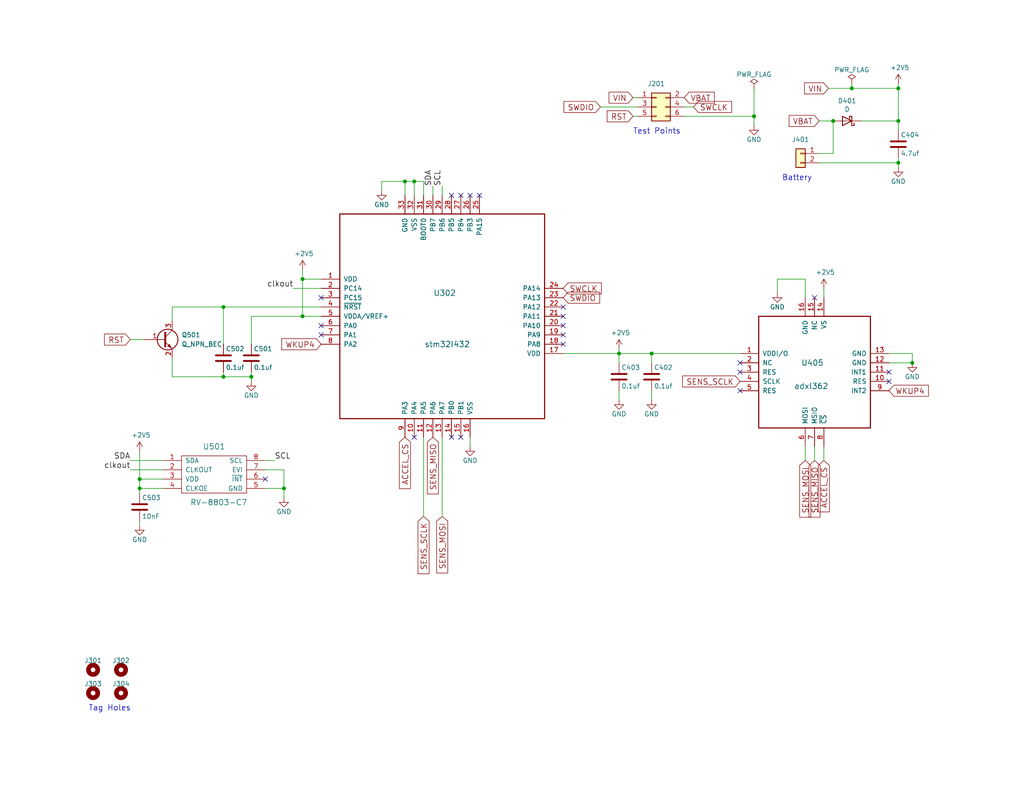
<source format=kicad_sch>
(kicad_sch (version 20211123) (generator eeschema)
  (paper "USLetter")
  (title_block (title "BitTag V5") (date "2018-11-14") (company "IUCS") (comment 1 "Geoffrey Brown"))
  (lib_symbols
    (symbol "BitTagv5-rescue:adxl362-gpsparts" (pin_names (offset 1.016))
      (property "Reference" "U" (at 3.81 6.35 0))
      (property "Value" "adxl362-gpsparts" (at 3.81 3.81 0))
      (symbol "adxl362-gpsparts_1_1"
        (rectangle (start 5.08 10.16) (end 35.56 -20.32) (stroke (width 0.3048)))
        (pin power_in line (at 0 0 0) (length 5.08) (name "VDDI/O") (number "1"))
        (pin passive line (at 40.64 -7.62 180) (length 5.08) (name "RES") (number "10"))
        (pin output line (at 40.64 -5.08 180) (length 5.08) (name "INT1") (number "11"))
        (pin power_in line (at 40.64 -2.54 180) (length 5.08) (name "GND") (number "12"))
        (pin power_in line (at 40.64 0 180) (length 5.08) (name "GND") (number "13"))
        (pin power_in line (at 22.86 15.24 270) (length 5.08) (name "VS") (number "14"))
        (pin passive line (at 20.32 15.24 270) (length 5.08) (name "NC") (number "15"))
        (pin power_in line (at 17.78 15.24 270) (length 5.08) (name "GND") (number "16"))
        (pin output line (at 0 -2.54 0) (length 5.08) (name "NC") (number "2"))
        (pin output line (at 0 -5.08 0) (length 5.08) (name "RES") (number "3"))
        (pin input line (at 0 -7.62 0) (length 5.08) (name "SCLK") (number "4"))
        (pin output line (at 0 -10.16 0) (length 5.08) (name "RES") (number "5"))
        (pin input line (at 17.78 -25.4 90) (length 5.08) (name "MOSI") (number "6"))
        (pin output line (at 20.32 -25.4 90) (length 5.08) (name "MSIO") (number "7"))
        (pin input line (at 22.86 -25.4 90) (length 5.08) (name "~{CS}") (number "8"))
        (pin bidirectional line (at 40.64 -10.16 180) (length 5.08) (name "INT2") (number "9"))
      )
    )
    (symbol "Connector_Generic:Conn_01x02" (pin_names (offset 1.016) hide)
      (property "Reference" "J" (at 0 2.54 0))
      (property "Value" "Conn_01x02" (at 0 -5.08 0))
      (symbol "Conn_01x02_1_1"
        (rectangle (start -1.27 -2.413) (end 0 -2.667) (stroke (width 0.1524)))
        (rectangle (start -1.27 0.127) (end 0 -0.127) (stroke (width 0.1524)))
        (rectangle (start -1.27 1.27) (end 1.27 -3.81) (stroke (width 0.254)) (fill (type background)))
        (pin passive line (at -5.08 0 0) (length 3.81) (name "Pin_1") (number "1"))
        (pin passive line (at -5.08 -2.54 0) (length 3.81) (name "Pin_2") (number "2"))
      )
    )
    (symbol "Connector_Generic:Conn_02x03_Odd_Even" (pin_names (offset 1.016) hide)
      (property "Reference" "J" (at 1.27 5.08 0))
      (property "Value" "Conn_02x03_Odd_Even" (at 1.27 -5.08 0))
      (symbol "Conn_02x03_Odd_Even_1_1"
        (rectangle (start -1.27 -2.413) (end 0 -2.667) (stroke (width 0.1524)))
        (rectangle (start -1.27 0.127) (end 0 -0.127) (stroke (width 0.1524)))
        (rectangle (start -1.27 2.667) (end 0 2.413) (stroke (width 0.1524)))
        (rectangle (start -1.27 3.81) (end 3.81 -3.81) (stroke (width 0.254)) (fill (type background)))
        (rectangle (start 3.81 -2.413) (end 2.54 -2.667) (stroke (width 0.1524)))
        (rectangle (start 3.81 0.127) (end 2.54 -0.127) (stroke (width 0.1524)))
        (rectangle (start 3.81 2.667) (end 2.54 2.413) (stroke (width 0.1524)))
        (pin passive line (at -5.08 2.54 0) (length 3.81) (name "Pin_1") (number "1"))
        (pin passive line (at 7.62 2.54 180) (length 3.81) (name "Pin_2") (number "2"))
        (pin passive line (at -5.08 0 0) (length 3.81) (name "Pin_3") (number "3"))
        (pin passive line (at 7.62 0 180) (length 3.81) (name "Pin_4") (number "4"))
        (pin passive line (at -5.08 -2.54 0) (length 3.81) (name "Pin_5") (number "5"))
        (pin passive line (at 7.62 -2.54 180) (length 3.81) (name "Pin_6") (number "6"))
      )
    )
    (symbol "Device:C" (pin_numbers hide) (pin_names (offset 0.254))
      (property "Reference" "C" (at 0.635 2.54 0))
      (property "Value" "C" (at 0.635 -2.54 0))
      (symbol "C_0_1"
        (polyline (pts (xy -2.032 -0.762) (xy 2.032 -0.762)) (stroke (width 0.508)))
        (polyline (pts (xy -2.032 0.762) (xy 2.032 0.762)) (stroke (width 0.508)))
      )
      (symbol "C_1_1"
        (pin passive line (at 0 3.81 270) (length 2.794) (name "~") (number "1"))
        (pin passive line (at 0 -3.81 90) (length 2.794) (name "~") (number "2"))
      )
    )
    (symbol "Device:D_Schottky" (pin_numbers hide) (pin_names (offset 1.016) hide)
      (property "Reference" "D" (at 0 2.54 0))
      (property "Value" "D_Schottky" (at 0 -2.54 0))
      (symbol "D_Schottky_0_1"
        (polyline (pts (xy 1.27 0) (xy -1.27 0)))
        (polyline (pts (xy 1.27 1.27) (xy 1.27 -1.27) (xy -1.27 0) (xy 1.27 1.27)) (stroke (width 0.254)))
        (polyline (pts (xy -1.905 0.635) (xy -1.905 1.27) (xy -1.27 1.27) (xy -1.27 -1.27) (xy -0.635 -1.27) (xy -0.635 -0.635)) (stroke (width 0.254)))
      )
      (symbol "D_Schottky_1_1"
        (pin passive line (at -3.81 0 0) (length 2.54) (name "K") (number "1"))
        (pin passive line (at 3.81 0 180) (length 2.54) (name "A") (number "2"))
      )
    )
    (symbol "Device:Q_NPN_BEC" (pin_names (offset 0) hide)
      (property "Reference" "Q" (at 5.08 1.27 0))
      (property "Value" "Q_NPN_BEC" (at 5.08 -1.27 0))
      (symbol "Q_NPN_BEC_0_1"
        (polyline (pts (xy 0.635 0.635) (xy 2.54 2.54)))
        (polyline (pts (xy 0.635 -0.635) (xy 2.54 -2.54) (xy 2.54 -2.54)))
        (polyline (pts (xy 0.635 1.905) (xy 0.635 -1.905) (xy 0.635 -1.905)) (stroke (width 0.508)))
        (polyline (pts (xy 1.27 -1.778) (xy 1.778 -1.27) (xy 2.286 -2.286) (xy 1.27 -1.778) (xy 1.27 -1.778)) (fill (type outline)))
        (circle (center 1.27 0) (radius 2.8194) (stroke (width 0.254)))
      )
      (symbol "Q_NPN_BEC_1_1"
        (pin input line (at -5.08 0 0) (length 5.715) (name "B") (number "1"))
        (pin passive line (at 2.54 -5.08 90) (length 2.54) (name "E") (number "2"))
        (pin passive line (at 2.54 5.08 270) (length 2.54) (name "C") (number "3"))
      )
    )
    (symbol "Mechanical:MountingHole" (pin_names (offset 1.016))
      (property "Reference" "H" (at 0 5.08 0))
      (property "Value" "MountingHole" (at 0 3.175 0))
      (symbol "MountingHole_0_1"
        (circle (center 0 0) (radius 1.27) (stroke (width 1.27)))
      )
    )
    (symbol "bittagv5:RV-8803-C7" (pin_names (offset 1.016))
      (property "Reference" "U" (at 0 7.62 0))
      (property "Value" "RV-8803-C7" (at 1.27 -7.62 0))
      (symbol "RV-8803-C7_0_1"
        (rectangle (start -8.89 5.08) (end 8.89 -5.08))
      )
      (symbol "RV-8803-C7_1_1"
        (pin input line (at -13.97 3.81 0) (length 5.08) (name "SDA") (number "1"))
        (pin input line (at -13.97 1.27 0) (length 5.08) (name "CLKOUT") (number "2"))
        (pin input line (at -13.97 -1.27 0) (length 5.08) (name "VDD") (number "3"))
        (pin input line (at -13.97 -3.81 0) (length 5.08) (name "CLKOE") (number "4"))
        (pin input line (at 13.97 -3.81 180) (length 5.08) (name "GND") (number "5"))
        (pin input line (at 13.97 -1.27 180) (length 5.08) (name "~{INT}") (number "6"))
        (pin input line (at 13.97 1.27 180) (length 5.08) (name "EVI") (number "7"))
        (pin input line (at 13.97 3.81 180) (length 5.08) (name "SCL") (number "8"))
      )
    )
    (symbol "bittagv5:stm32l432" (pin_names (offset 1.016))
      (property "Reference" "U" (at 36.83 -3.81 0))
      (property "Value" "stm32l432" (at 59.69 -24.13 0))
      (symbol "stm32l432_1_1"
        (rectangle (start 5.08 17.78) (end 60.96 -38.1) (stroke (width 0.3048)))
        (pin power_in line (at 0 0 0) (length 5.08) (name "VDD") (number "1"))
        (pin bidirectional line (at 25.4 -43.18 90) (length 5.08) (name "PA4") (number "10"))
        (pin bidirectional line (at 27.94 -43.18 90) (length 5.08) (name "PA5") (number "11"))
        (pin bidirectional line (at 30.48 -43.18 90) (length 5.08) (name "PA6") (number "12"))
        (pin bidirectional line (at 33.02 -43.18 90) (length 5.08) (name "PA7") (number "13"))
        (pin bidirectional line (at 35.56 -43.18 90) (length 5.08) (name "PB0") (number "14"))
        (pin bidirectional line (at 38.1 -43.18 90) (length 5.08) (name "PB1") (number "15"))
        (pin power_in line (at 40.64 -43.18 90) (length 5.08) (name "VSS") (number "16"))
        (pin power_in line (at 66.04 -20.32 180) (length 5.08) (name "VDD") (number "17"))
        (pin bidirectional line (at 66.04 -17.78 180) (length 5.08) (name "PA8") (number "18"))
        (pin bidirectional line (at 66.04 -15.24 180) (length 5.08) (name "PA9") (number "19"))
        (pin bidirectional line (at 0 -2.54 0) (length 5.08) (name "PC14") (number "2"))
        (pin bidirectional line (at 66.04 -12.7 180) (length 5.08) (name "PA10") (number "20"))
        (pin bidirectional line (at 66.04 -10.16 180) (length 5.08) (name "PA11") (number "21"))
        (pin bidirectional line (at 66.04 -7.62 180) (length 5.08) (name "PA12") (number "22"))
        (pin bidirectional line (at 66.04 -5.08 180) (length 5.08) (name "PA13") (number "23"))
        (pin bidirectional line (at 66.04 -2.54 180) (length 5.08) (name "PA14") (number "24"))
        (pin bidirectional line (at 43.18 22.86 270) (length 5.08) (name "PA15") (number "25"))
        (pin bidirectional line (at 40.64 22.86 270) (length 5.08) (name "PB3") (number "26"))
        (pin bidirectional line (at 38.1 22.86 270) (length 5.08) (name "PB4") (number "27"))
        (pin bidirectional line (at 35.56 22.86 270) (length 5.08) (name "PB5") (number "28"))
        (pin bidirectional line (at 33.02 22.86 270) (length 5.08) (name "PB6") (number "29"))
        (pin bidirectional line (at 0 -5.08 0) (length 5.08) (name "PC15") (number "3"))
        (pin bidirectional line (at 30.48 22.86 270) (length 5.08) (name "PB7") (number "30"))
        (pin input line (at 27.94 22.86 270) (length 5.08) (name "BOOT0") (number "31"))
        (pin power_in line (at 25.4 22.86 270) (length 5.08) (name "VSS") (number "32"))
        (pin power_in line (at 22.86 22.86 270) (length 5.08) (name "GND") (number "33"))
        (pin input line (at 0 -7.62 0) (length 5.08) (name "~{NRST}") (number "4"))
        (pin power_in line (at 0 -10.16 0) (length 5.08) (name "VDDA/VREF+") (number "5"))
        (pin bidirectional line (at 0 -12.7 0) (length 5.08) (name "PA0") (number "6"))
        (pin bidirectional line (at 0 -15.24 0) (length 5.08) (name "PA1") (number "7"))
        (pin bidirectional line (at 0 -17.78 0) (length 5.08) (name "PA2") (number "8"))
        (pin bidirectional line (at 22.86 -43.18 90) (length 5.08) (name "PA3") (number "9"))
      )
    )
    (symbol "power:+2V5" (power) (pin_names (offset 0))
      (property "Value" "+2V5" (at 0 3.556 0))
      (symbol "+2V5_0_1"
        (polyline (pts (xy -0.762 1.27) (xy 0 2.54)))
        (polyline (pts (xy 0 0) (xy 0 2.54)))
        (polyline (pts (xy 0 2.54) (xy 0.762 1.27)))
      )
      (symbol "+2V5_1_1"
        (pin power_in line (at 0 0 90) (length 0) hide (name "+2V5") (number "1"))
      )
    )
    (symbol "power:GND" (power) (pin_names (offset 0))
      (property "Value" "GND" (at 0 -3.81 0))
      (symbol "GND_0_1"
        (polyline (pts (xy 0 0) (xy 0 -1.27) (xy 1.27 -1.27) (xy 0 -2.54) (xy -1.27 -1.27) (xy 0 -1.27)))
      )
      (symbol "GND_1_1"
        (pin power_in line (at 0 0 270) (length 0) hide (name "GND") (number "1"))
      )
    )
    (symbol "power:PWR_FLAG" (power) (pin_numbers hide) (pin_names (offset 0) hide)
      (property "Value" "PWR_FLAG" (at 0 3.81 0))
      (symbol "PWR_FLAG_0_0"
        (pin power_out line (at 0 0 90) (length 0) (name "pwr") (number "1"))
      )
      (symbol "PWR_FLAG_0_1"
        (polyline (pts (xy 0 0) (xy 0 1.27) (xy -1.016 1.905) (xy 0 2.54) (xy 1.016 1.905) (xy 0 1.27)))
      )
    )
  )
  (junction (at 245.11 44.45))
  (junction (at 82.55 86.36))
  (junction (at 245.11 24.13))
  (junction (at 38.1 130.81))
  (junction (at 110.49 49.53))
  (junction (at 60.96 102.87))
  (junction (at 248.92 99.06))
  (junction (at 60.96 83.82))
  (junction (at 245.11 33.02))
  (junction (at 113.03 49.53))
  (junction (at 227.33 33.02))
  (junction (at 205.74 31.75))
  (junction (at 68.58 102.87))
  (junction (at 168.91 96.52))
  (junction (at 77.47 133.35))
  (junction (at 38.1 133.35))
  (junction (at 82.55 76.2))
  (junction (at 177.8 96.52))
  (junction (at 232.41 24.13))
  (no_connect (at 201.93 99.06))
  (no_connect (at 130.81 53.34))
  (no_connect (at 123.19 119.38))
  (no_connect (at 153.67 93.98))
  (no_connect (at 242.57 104.14))
  (no_connect (at 72.39 130.81))
  (no_connect (at 113.03 119.38))
  (no_connect (at 153.67 91.44))
  (no_connect (at 201.93 101.6))
  (no_connect (at 153.67 88.9))
  (no_connect (at 242.57 101.6))
  (no_connect (at 125.73 53.34))
  (no_connect (at 153.67 86.36))
  (no_connect (at 87.63 88.9))
  (no_connect (at 125.73 119.38))
  (no_connect (at 201.93 106.68))
  (no_connect (at 123.19 53.34))
  (no_connect (at 153.67 83.82))
  (no_connect (at 87.63 91.44))
  (no_connect (at 222.25 81.28))
  (no_connect (at 128.27 53.34))
  (no_connect (at 87.63 81.28))
  (wire (pts (xy 212.09 76.2) (xy 212.09 80.01)))
  (wire (pts (xy 110.49 49.53) (xy 113.03 49.53)))
  (wire (pts (xy 186.69 29.21) (xy 189.23 29.21)))
  (wire (pts (xy 227.33 33.02) (xy 227.33 41.91)))
  (wire (pts (xy 219.71 76.2) (xy 219.71 81.28)))
  (wire (pts (xy 82.55 86.36) (xy 68.58 86.36)))
  (wire (pts (xy 245.11 44.45) (xy 245.11 45.72)))
  (wire (pts (xy 234.95 33.02) (xy 245.11 33.02)))
  (wire (pts (xy 46.99 97.79) (xy 46.99 102.87)))
  (wire (pts (xy 82.55 76.2) (xy 82.55 86.36)))
  (wire (pts (xy 205.74 31.75) (xy 205.74 34.29)))
  (wire (pts (xy 222.25 121.92) (xy 222.25 125.73)))
  (wire (pts (xy 224.79 125.73) (xy 224.79 121.92)))
  (wire (pts (xy 82.55 86.36) (xy 87.63 86.36)))
  (wire (pts (xy 60.96 102.87) (xy 68.58 102.87)))
  (wire (pts (xy 46.99 102.87) (xy 60.96 102.87)))
  (wire (pts (xy 177.8 96.52) (xy 177.8 99.06)))
  (wire (pts (xy 163.83 29.21) (xy 173.99 29.21)))
  (wire (pts (xy 118.11 50.8) (xy 118.11 53.34)))
  (wire (pts (xy 205.74 24.13) (xy 205.74 31.75)))
  (wire (pts (xy 38.1 130.81) (xy 38.1 133.35)))
  (wire (pts (xy 115.57 119.38) (xy 115.57 140.97)))
  (wire (pts (xy 128.27 119.38) (xy 128.27 121.92)))
  (wire (pts (xy 72.39 128.27) (xy 77.47 128.27)))
  (wire (pts (xy 38.1 133.35) (xy 38.1 134.62)))
  (wire (pts (xy 38.1 133.35) (xy 44.45 133.35)))
  (wire (pts (xy 248.92 96.52) (xy 248.92 99.06)))
  (wire (pts (xy 242.57 96.52) (xy 248.92 96.52)))
  (wire (pts (xy 120.65 119.38) (xy 120.65 140.97)))
  (wire (pts (xy 245.11 43.18) (xy 245.11 44.45)))
  (wire (pts (xy 113.03 49.53) (xy 113.03 53.34)))
  (wire (pts (xy 80.01 78.74) (xy 87.63 78.74)))
  (wire (pts (xy 168.91 95.25) (xy 168.91 96.52)))
  (wire (pts (xy 60.96 101.6) (xy 60.96 102.87)))
  (wire (pts (xy 245.11 22.86) (xy 245.11 24.13)))
  (wire (pts (xy 46.99 83.82) (xy 60.96 83.82)))
  (wire (pts (xy 38.1 142.24) (xy 38.1 143.51)))
  (wire (pts (xy 153.67 96.52) (xy 168.91 96.52)))
  (wire (pts (xy 35.56 128.27) (xy 44.45 128.27)))
  (wire (pts (xy 120.65 50.8) (xy 120.65 53.34)))
  (wire (pts (xy 72.39 125.73) (xy 74.93 125.73)))
  (wire (pts (xy 77.47 128.27) (xy 77.47 133.35)))
  (wire (pts (xy 72.39 133.35) (xy 77.47 133.35)))
  (wire (pts (xy 224.79 81.28) (xy 224.79 78.74)))
  (wire (pts (xy 82.55 76.2) (xy 87.63 76.2)))
  (wire (pts (xy 104.14 49.53) (xy 110.49 49.53)))
  (wire (pts (xy 223.52 33.02) (xy 227.33 33.02)))
  (wire (pts (xy 35.56 92.71) (xy 39.37 92.71)))
  (wire (pts (xy 172.72 26.67) (xy 173.99 26.67)))
  (wire (pts (xy 245.11 33.02) (xy 245.11 35.56)))
  (wire (pts (xy 168.91 96.52) (xy 177.8 96.52)))
  (wire (pts (xy 245.11 24.13) (xy 245.11 33.02)))
  (wire (pts (xy 82.55 73.66) (xy 82.55 76.2)))
  (wire (pts (xy 177.8 106.68) (xy 177.8 109.22)))
  (wire (pts (xy 232.41 24.13) (xy 245.11 24.13)))
  (wire (pts (xy 115.57 49.53) (xy 115.57 53.34)))
  (wire (pts (xy 113.03 49.53) (xy 115.57 49.53)))
  (wire (pts (xy 172.72 31.75) (xy 173.99 31.75)))
  (wire (pts (xy 110.49 49.53) (xy 110.49 53.34)))
  (wire (pts (xy 168.91 96.52) (xy 168.91 99.06)))
  (wire (pts (xy 186.69 31.75) (xy 205.74 31.75)))
  (wire (pts (xy 38.1 130.81) (xy 44.45 130.81)))
  (wire (pts (xy 219.71 76.2) (xy 212.09 76.2)))
  (wire (pts (xy 60.96 83.82) (xy 60.96 93.98)))
  (wire (pts (xy 35.56 125.73) (xy 44.45 125.73)))
  (wire (pts (xy 232.41 22.86) (xy 232.41 24.13)))
  (wire (pts (xy 248.92 99.06) (xy 242.57 99.06)))
  (wire (pts (xy 38.1 123.19) (xy 38.1 130.81)))
  (wire (pts (xy 68.58 101.6) (xy 68.58 102.87)))
  (wire (pts (xy 77.47 133.35) (xy 77.47 135.89)))
  (wire (pts (xy 201.93 96.52) (xy 177.8 96.52)))
  (wire (pts (xy 168.91 106.68) (xy 168.91 109.22)))
  (wire (pts (xy 226.06 24.13) (xy 232.41 24.13)))
  (wire (pts (xy 68.58 102.87) (xy 68.58 104.14)))
  (wire (pts (xy 68.58 86.36) (xy 68.58 93.98)))
  (wire (pts (xy 46.99 87.63) (xy 46.99 83.82)))
  (wire (pts (xy 104.14 52.07) (xy 104.14 49.53)))
  (wire (pts (xy 87.63 83.82) (xy 60.96 83.82)))
  (wire (pts (xy 219.71 121.92) (xy 219.71 125.73)))
  (wire (pts (xy 227.33 41.91) (xy 223.52 41.91)))
  (wire (pts (xy 223.52 44.45) (xy 245.11 44.45)))
  (text "Tag Holes" (at 24.13 194.31 0) (effects (font (size 1.524 1.524)) (justify left bottom)))
  (text "Battery" (at 213.36 49.53 0) (effects (font (size 1.524 1.524)) (justify left bottom)))
  (text "Test Points" (at 172.72 36.83 0) (effects (font (size 1.524 1.524)) (justify left bottom)))
  (label "SDA" (at 118.11 50.8 90) (effects (font (size 1.524 1.524))))
  (label "SDA" (at 35.56 125.73 180) (effects (font (size 1.524 1.524))))
  (label "SCL" (at 74.93 125.73 0) (effects (font (size 1.524 1.524))))
  (label "clkout" (at 80.01 78.74 180) (effects (font (size 1.524 1.524))))
  (label "clkout" (at 35.56 128.27 180) (effects (font (size 1.524 1.524))))
  (label "SCL" (at 120.65 50.8 90) (effects (font (size 1.524 1.524))))
  (global_label "SWDIO" (shape input) (at 163.83 29.21 180) (effects (font (size 1.524 1.524))) (property "Intersheet References" "${INTERSHEET_REFS}" (effects hide)))
  (global_label "VIN" (shape input) (at 226.06 24.13 180) (effects (font (size 1.524 1.524))) (property "Intersheet References" "${INTERSHEET_REFS}" (effects hide)))
  (global_label "SENS_MISO" (shape input) (at 118.11 119.38 270) (effects (font (size 1.524 1.524))) (property "Intersheet References" "${INTERSHEET_REFS}" (effects hide)))
  (global_label "ACCEL_CS" (shape input) (at 110.49 119.38 270) (effects (font (size 1.524 1.524))) (property "Intersheet References" "${INTERSHEET_REFS}" (effects hide)))
  (global_label "SWDIO" (shape input) (at 153.67 81.28 0) (effects (font (size 1.524 1.524))) (property "Intersheet References" "${INTERSHEET_REFS}" (effects hide)))
  (global_label "RST" (shape input) (at 172.72 31.75 180) (effects (font (size 1.524 1.524))) (property "Intersheet References" "${INTERSHEET_REFS}" (effects hide)))
  (global_label "ACCEL_CS" (shape input) (at 224.79 125.73 270) (effects (font (size 1.524 1.524))) (property "Intersheet References" "${INTERSHEET_REFS}" (effects hide)))
  (global_label "VBAT" (shape input) (at 186.69 26.67 0) (effects (font (size 1.524 1.524))) (property "Intersheet References" "${INTERSHEET_REFS}" (effects hide)))
  (global_label "VIN" (shape input) (at 172.72 26.67 180) (effects (font (size 1.524 1.524))) (property "Intersheet References" "${INTERSHEET_REFS}" (effects hide)))
  (global_label "SENS_MISO" (shape input) (at 222.25 125.73 270) (effects (font (size 1.524 1.524))) (property "Intersheet References" "${INTERSHEET_REFS}" (effects hide)))
  (global_label "WKUP4" (shape input) (at 87.63 93.98 180) (effects (font (size 1.524 1.524))) (property "Intersheet References" "${INTERSHEET_REFS}" (effects hide)))
  (global_label "RST" (shape input) (at 35.56 92.71 180) (effects (font (size 1.524 1.524))) (property "Intersheet References" "${INTERSHEET_REFS}" (effects hide)))
  (global_label "SWCLK" (shape input) (at 153.67 78.74 0) (effects (font (size 1.524 1.524))) (property "Intersheet References" "${INTERSHEET_REFS}" (effects hide)))
  (global_label "WKUP4" (shape input) (at 242.57 106.68 0) (effects (font (size 1.524 1.524))) (property "Intersheet References" "${INTERSHEET_REFS}" (effects hide)))
  (global_label "SENS_MOSI" (shape input) (at 219.71 125.73 270) (effects (font (size 1.524 1.524))) (property "Intersheet References" "${INTERSHEET_REFS}" (effects hide)))
  (global_label "VBAT" (shape input) (at 223.52 33.02 180) (effects (font (size 1.524 1.524))) (property "Intersheet References" "${INTERSHEET_REFS}" (effects hide)))
  (global_label "SENS_MOSI" (shape input) (at 120.65 140.97 270) (effects (font (size 1.524 1.524))) (property "Intersheet References" "${INTERSHEET_REFS}" (effects hide)))
  (global_label "SENS_SCLK" (shape input) (at 201.93 104.14 180) (effects (font (size 1.524 1.524))) (property "Intersheet References" "${INTERSHEET_REFS}" (effects hide)))
  (global_label "SENS_SCLK" (shape input) (at 115.57 140.97 270) (effects (font (size 1.524 1.524))) (property "Intersheet References" "${INTERSHEET_REFS}" (effects hide)))
  (global_label "SWCLK" (shape input) (at 189.23 29.21 0) (effects (font (size 1.524 1.524))) (property "Intersheet References" "${INTERSHEET_REFS}" (effects hide)))
  (symbol (lib_id "bittagv5:stm32l432") (at 87.63 76.2 0) (unit 1)
    (property "Reference" "U302" (at 124.46 80.01 0) (effects (font (size 1.524 1.524)) (justify right)))
    (property "Value" "stm32l432" (at 128.27 93.98 0) (effects (font (size 1.524 1.524)) (justify right)))
    (property "Footprint" "bittagv5:stm32l4" (effects hide))
    (property "MFN" "STMicroelectronics" (effects hide))
    (property "MFP" "STM32L432KCU6" (effects hide))
    (property "DISTPN" "497-16578-ND" (effects hide))
  )
  (symbol (lib_id "Device:C") (at 60.96 97.79 0) (unit 1)
    (property "Reference" "C502" (at 61.595 95.25 0) (effects (justify left)))
    (property "Value" "0.1uf" (at 61.595 100.33 0) (effects (justify left)))
    (property "Footprint" "bittagv5:C_0402" (effects hide))
    (property "Macrofab" "MF-CAP-0402-0.1uF" (effects hide))
    (property "MFN" "Samsung" (effects hide))
    (property "MPN" "CL05F104ZO5NNNC" (effects hide))
  )
  (symbol (lib_id "Device:C") (at 68.58 97.79 0) (unit 1)
    (property "Reference" "C501" (at 69.215 95.25 0) (effects (justify left)))
    (property "Value" "0.1uf" (at 69.215 100.33 0) (effects (justify left)))
    (property "Footprint" "bittagv5:C_0402" (effects hide))
    (property "Macrofab" "MF-CAP-0402-0.1uF" (effects hide))
    (property "MFN" "Samsung" (effects hide))
    (property "MPN" "CL05F104ZO5NNNC" (effects hide))
  )
  (symbol (lib_id "Device:C") (at 168.91 102.87 0) (unit 1)
    (property "Reference" "C403" (at 169.545 100.33 0) (effects (justify left)))
    (property "Value" "0.1uf" (at 169.545 105.41 0) (effects (justify left)))
    (property "Footprint" "bittagv5:C_0402" (effects hide))
    (property "Macrofab" "MF-CAP-0402-0.1uF" (effects hide))
    (property "MFN" "Samsung" (effects hide))
    (property "MPN" "CL05F104ZO5NNNC" (effects hide))
  )
  (symbol (lib_id "bittagv5:RV-8803-C7") (at 58.42 129.54 0) (unit 1)
    (property "Reference" "U501" (at 58.42 121.92 0) (effects (font (size 1.524 1.524))))
    (property "Value" "RV-8803-C7" (at 59.69 137.16 0) (effects (font (size 1.524 1.524))))
    (property "Footprint" "bittagv5:RV-8803-C7" (effects hide))
    (property "MFN" "Microcrystal" (effects hide))
    (property "MPN" "RV-8803-C7-32.768kHz-3PPM-TA-QC" (effects hide))
  )
  (symbol (lib_id "Device:Q_NPN_BEC") (at 44.45 92.71 0) (unit 1)
    (property "Reference" "Q501" (at 49.53 91.44 0) (effects (justify left)))
    (property "Value" "Q_NPN_BEC" (at 49.53 93.98 0) (effects (justify left)))
    (property "Footprint" "bittagv5:SOT883" (effects hide))
    (property "MFN" "Nexperia" (effects hide))
    (property "MPN" "BC847AMB,315" (effects hide))
  )
  (symbol (lib_id "Device:C") (at 38.1 138.43 0) (unit 1)
    (property "Reference" "C503" (at 38.735 135.89 0) (effects (justify left)))
    (property "Value" "10nF" (at 38.735 140.97 0) (effects (justify left)))
    (property "Footprint" "bittagv5:C_0402" (effects hide))
    (property "MFN" "Kemet" (effects hide))
    (property "MPN" "C0402C103K4RECAUTO" (effects hide))
  )
  (symbol (lib_id "power:PWR_FLAG") (at 205.74 24.13 0) (unit 1)
    (property "Reference" "#FLG0101" (effects hide))
    (property "Value" "PWR_FLAG" (at 205.74 20.32 0))
  )
  (symbol (lib_id "Mechanical:MountingHole") (at 25.4 182.88 0) (unit 1)
    (property "Reference" "J301" (at 25.4 180.34 0))
    (property "Value" "Conn_01x01" (effects hide))
    (property "Footprint" "bittagv5:taghole1.25mm" (effects hide))
    (property "Populate" "0" (effects hide))
    (property "Config" "DNF" (effects hide))
  )
  (symbol (lib_id "Connector_Generic:Conn_02x03_Odd_Even") (at 179.07 29.21 0) (unit 1)
    (property "Reference" "J201" (at 179.07 22.86 0))
    (property "Value" "CONN_02X04" (effects hide))
    (property "Footprint" "bittagv5:tagpoints6" (effects hide))
    (property "Populate" "0" (effects hide))
    (property "Config" "DNF" (effects hide))
  )
  (symbol (lib_id "power:GND") (at 212.09 80.01 0) (unit 1)
    (property "Reference" "#PWR0101" (effects hide))
    (property "Value" "GND" (at 212.09 83.82 0))
  )
  (symbol (lib_id "power:GND") (at 248.92 99.06 0) (unit 1)
    (property "Reference" "#PWR0102" (effects hide))
    (property "Value" "GND" (at 248.92 102.87 0))
  )
  (symbol (lib_id "power:GND") (at 68.58 104.14 0) (unit 1)
    (property "Reference" "#PWR0109" (effects hide))
    (property "Value" "GND" (at 68.58 107.95 0))
  )
  (symbol (lib_id "power:GND") (at 128.27 121.92 0) (unit 1)
    (property "Reference" "#PWR0103" (effects hide))
    (property "Value" "GND" (at 128.27 125.73 0))
  )
  (symbol (lib_id "power:GND") (at 168.91 109.22 0) (unit 1)
    (property "Reference" "#PWR0104" (effects hide))
    (property "Value" "GND" (at 168.91 113.03 0))
  )
  (symbol (lib_id "power:+2V5") (at 82.55 73.66 0) (unit 1)
    (property "Reference" "#PWR0105" (effects hide))
    (property "Value" "+2V5" (at 82.931 69.2658 0))
  )
  (symbol (lib_id "power:+2V5") (at 168.91 95.25 0) (unit 1)
    (property "Reference" "#PWR0108" (effects hide))
    (property "Value" "+2V5" (at 169.291 90.8558 0))
  )
  (symbol (lib_id "power:GND") (at 104.14 52.07 0) (unit 1)
    (property "Reference" "#PWR0110" (effects hide))
    (property "Value" "GND" (at 104.14 55.88 0))
  )
  (symbol (lib_id "Mechanical:MountingHole") (at 33.02 182.88 0) (unit 1)
    (property "Reference" "J302" (at 33.02 180.34 0))
    (property "Value" "Conn_01x01" (effects hide))
    (property "Footprint" "bittagv5:taghole1.25mm" (effects hide))
    (property "Populate" "0" (effects hide))
    (property "Config" "DNF" (effects hide))
  )
  (symbol (lib_id "Mechanical:MountingHole") (at 25.4 189.23 0) (unit 1)
    (property "Reference" "J303" (at 25.4 186.69 0))
    (property "Value" "Conn_01x01" (effects hide))
    (property "Footprint" "bittagv5:taghole1.25mm" (effects hide))
    (property "Populate" "0" (effects hide))
    (property "Config" "DNF" (effects hide))
  )
  (symbol (lib_id "Mechanical:MountingHole") (at 33.02 189.23 0) (unit 1)
    (property "Reference" "J304" (at 33.02 186.69 0))
    (property "Value" "Conn_01x01" (effects hide))
    (property "Footprint" "bittagv5:taghole1.25mm" (effects hide))
    (property "Populate" "0" (effects hide))
    (property "Config" "DNF" (effects hide))
  )
  (symbol (lib_id "power:GND") (at 205.74 34.29 0) (unit 1)
    (property "Reference" "#PWR0111" (effects hide))
    (property "Value" "GND" (at 205.74 38.1 0))
  )
  (symbol (lib_id "power:GND") (at 77.47 135.89 0) (unit 1)
    (property "Reference" "#PWR0112" (effects hide))
    (property "Value" "GND" (at 77.47 139.7 0))
  )
  (symbol (lib_id "power:GND") (at 38.1 143.51 0) (unit 1)
    (property "Reference" "#PWR0113" (effects hide))
    (property "Value" "GND" (at 38.1 147.32 0))
  )
  (symbol (lib_id "power:+2V5") (at 38.1 123.19 0) (unit 1)
    (property "Reference" "#PWR0114" (effects hide))
    (property "Value" "+2V5" (at 38.481 118.7958 0))
  )
  (symbol (lib_id "power:+2V5") (at 245.11 22.86 0) (unit 1)
    (property "Reference" "#PWR0115" (effects hide))
    (property "Value" "+2V5" (at 245.491 18.4658 0))
  )
  (symbol (lib_id "power:PWR_FLAG") (at 232.41 22.86 0) (unit 1)
    (property "Reference" "#FLG0102" (effects hide))
    (property "Value" "PWR_FLAG" (at 232.41 19.05 0))
  )
  (symbol (lib_id "power:GND") (at 245.11 45.72 0) (unit 1)
    (property "Reference" "#PWR0116" (effects hide))
    (property "Value" "GND" (at 245.11 49.53 0))
  )
  (symbol (lib_id "Connector_Generic:Conn_01x02") (at 218.44 41.91 0) (mirror y) (unit 1)
    (property "Reference" "J401" (at 218.44 38.1 0))
    (property "Value" "CONN_01X02" (effects hide))
    (property "Footprint" "bittagv5:MS621" (effects hide))
    (property "Populate" "0" (effects hide))
    (property "Config" "DNF" (effects hide))
  )
  (symbol (lib_id "Device:D_Schottky") (at 231.14 33.02 180) (unit 1)
    (property "Reference" "D401" (at 231.14 27.5336 0))
    (property "Value" "D" (at 231.14 29.845 0))
    (property "Footprint" "bittagv5:D_0402" (effects hide))
    (property "MFN" "Comchip" (effects hide))
    (property "MPN" "CDBQC0130L-HF" (effects hide))
    (property "Digikey" "641-1519-1-ND" (effects hide))
  )
  (symbol (lib_id "Device:C") (at 245.11 39.37 0) (unit 1)
    (property "Reference" "C404" (at 245.745 36.83 0) (effects (justify left)))
    (property "Value" "4.7uf" (at 245.745 41.91 0) (effects (justify left)))
    (property "Footprint" "bittagv5:C_0603_1608Metric" (effects hide))
    (property "TDK" "Murata" (effects hide))
    (property "MPN" "CGA3E1X5R0J475K080AC" (effects hide))
  )
  (symbol (lib_id "BitTagv5-rescue:adxl362-gpsparts") (at 201.93 96.52 0) (unit 1)
    (property "Reference" "U405" (at 224.79 99.06 0) (effects (font (size 1.524 1.524)) (justify right)))
    (property "Value" "adxl362" (at 226.06 105.41 0) (effects (font (size 1.524 1.524)) (justify right)))
    (property "Footprint" "bittagv5:ADXL362" (effects hide))
    (property "MFN" "Analog Devices" (effects hide))
    (property "MPN" "ADXL362BCCZ-RL7" (effects hide))
  )
  (symbol (lib_id "Device:C") (at 177.8 102.87 0) (unit 1)
    (property "Reference" "C402" (at 178.435 100.33 0) (effects (justify left)))
    (property "Value" "0.1uf" (at 178.435 105.41 0) (effects (justify left)))
    (property "Footprint" "bittagv5:C_0402" (effects hide))
    (property "Macrofab" "MF-CAP-0402-0.1uF" (effects hide))
    (property "MFN" "Samsung" (effects hide))
    (property "MFP" "CL05F104ZO5NNNC" (effects hide))
  )
  (symbol (lib_id "power:GND") (at 177.8 109.22 0) (unit 1)
    (property "Reference" "#PWR0106" (effects hide))
    (property "Value" "GND" (at 177.8 113.03 0))
  )
  (symbol (lib_id "power:+2V5") (at 224.79 78.74 0) (unit 1)
    (property "Reference" "#PWR0107" (effects hide))
    (property "Value" "+2V5" (at 225.171 74.3458 0))
  )
)
</source>
